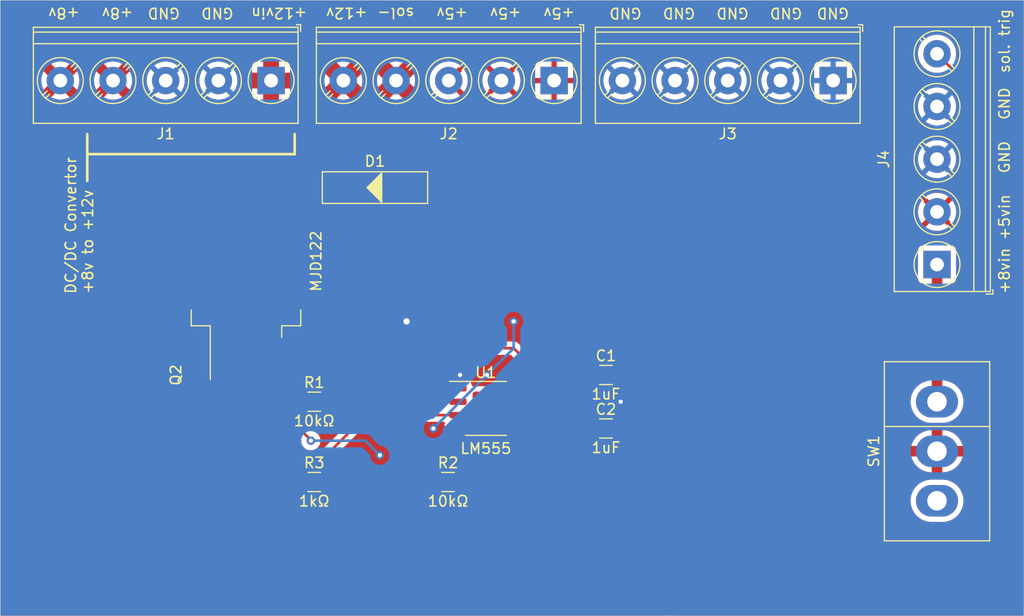
<source format=kicad_pcb>
(kicad_pcb (version 20221018) (generator pcbnew)
  (layers (0 "F.Cu" signal) (31 "B.Cu" signal) (34 "B.Paste" user) (35 "F.Paste" user) (36 "B.SilkS" user "B.Silkscreen") (37 "F.SilkS" user "F.Silkscreen") (38 "B.Mask" user) (39 "F.Mask" user) (44 "Edge.Cuts" user))
  (net 0 "")
  (net 1 "Net-(U1-TR)")
  (net 2 "/SLND_TRIGG")
  (net 3 "GND")
  (net 4 "Net-(U1-DIS)")
  (net 5 "+12V")
  (net 6 "/Solenoid-")
  (net 7 "+5V")
  (net 8 "+8V")
  (net 9 "Net-(Q2-B)")
  (net 10 "Net-(U1-Q)")
  (net 12 "Net-(J4-Pin_1)")
  (footprint "Capacitor_SMD:C_1206_3216Metric" (layer "F.Cu") (at 118.44 86.36)
    (fp_text reference "C1" (at 0 -1.82) (layer "F.SilkS"))
    (fp_text value "1uF" (at 0 1.82) (layer "F.SilkS"))
    (fp_line (start -0.602064 -0.91) (end 0.602064 -0.91) (stroke (width 0.12)) (layer "F.SilkS"))
    (fp_line (start -0.602064 0.91) (end 0.602064 0.91) (stroke (width 0.12)) (layer "F.SilkS"))
    (pad "1" smd roundrect (at -1.4 0) (size 1.25 1.75) (layers "F.Cu" "F.Paste" "F.Mask") (roundrect_rratio 0.2) (net 2 "/SLND_TRIGG"))
    (pad "2" smd roundrect (at 1.4 0) (size 1.25 1.75) (layers "F.Cu" "F.Paste" "F.Mask") (roundrect_rratio 0.2) (net 1 "Net-(U1-TR)"))
  )
  (footprint "Capacitor_SMD:C_1206_3216Metric" (layer "F.Cu") (at 118.44 91.44)
    (fp_text reference "C2" (at 0 -1.82) (layer "F.SilkS"))
    (fp_text value "1uF" (at 0 1.82) (layer "F.SilkS"))
    (fp_line (start -0.602064 -0.91) (end 0.602064 -0.91) (stroke (width 0.12)) (layer "F.SilkS"))
    (fp_line (start -0.602064 0.91) (end 0.602064 0.91) (stroke (width 0.12)) (layer "F.SilkS"))
    (pad "1" smd roundrect (at -1.4 0) (size 1.25 1.75) (layers "F.Cu" "F.Paste" "F.Mask") (roundrect_rratio 0.2) (net 4 "Net-(U1-DIS)"))
    (pad "2" smd roundrect (at 1.4 0) (size 1.25 1.75) (layers "F.Cu" "F.Paste" "F.Mask") (roundrect_rratio 0.2) (net 3 "GND"))
  )
  (footprint "seedlab-power:DO-214AC" (layer "F.Cu") (at 96.52 68.58 -90)
    (fp_text reference "D1" (at -2.5 0) (layer "F.SilkS"))
    (fp_text value "S1G")
    (fp_line (start -1.5 -5) (end 1.5 -5) (stroke (width 0.12)) (layer "F.SilkS"))
    (fp_line (start -1.5 4.953) (end -1.5 -5) (stroke (width 0.12)) (layer "F.SilkS"))
    (fp_line (start 1.5 -5) (end 1.5 5) (stroke (width 0.12)) (layer "F.SilkS"))
    (fp_line (start 1.5 5) (end -1.524 5) (stroke (width 0.12)) (layer "F.SilkS"))
    (fp_poly (pts (xy 1.4097 -0.6477) (xy -1.4097 -0.6477) (xy 0 0.762)) (stroke (width 0.1)) (fill solid) (layer "F.SilkS"))
    (pad "1" smd rect (at 0 3 270) (size 2 3) (layers "F.Cu" "F.Paste" "F.Mask") (net 5 "+12V"))
    (pad "2" smd rect (at 0 -3 270) (size 2 3) (layers "F.Cu" "F.Paste" "F.Mask") (net 6 "/Solenoid-"))
  )
  (footprint "Package_TO_SOT_SMD:TO-263-2" (layer "F.Cu") (at 84.28 78.74 90)
    (fp_text reference "Q2" (at -7.62 -6.65 90) (layer "F.SilkS"))
    (fp_text value "MJD122" (at 3.175 6.65 90) (layer "F.SilkS"))
    (fp_line (start -2.95 -5.2) (end -2.95 -3.39) (stroke (width 0.12)) (layer "F.SilkS"))
    (fp_line (start -2.95 -3.39) (end -8.075 -3.39) (stroke (width 0.12)) (layer "F.SilkS"))
    (fp_line (start -2.95 3.39) (end -4.05 3.39) (stroke (width 0.12)) (layer "F.SilkS"))
    (fp_line (start -2.95 5.2) (end -2.95 3.39) (stroke (width 0.12)) (layer "F.SilkS"))
    (fp_line (start -1.45 -5.2) (end -2.95 -5.2) (stroke (width 0.12)) (layer "F.SilkS"))
    (fp_line (start -1.45 5.2) (end -2.95 5.2) (stroke (width 0.12)) (layer "F.SilkS"))
    (pad "1" smd rect (at -5.775 -2.54 90) (size 4.6 1.1) (layers "F.Cu" "F.Paste" "F.Mask") (net 9 "Net-(Q2-B)"))
    (pad "2" smd rect (at 3.375 0 90) (size 9.4 10.8) (layers "F.Cu" "F.Mask") (net 6 "/Solenoid-"))
    (pad "3" smd rect (at -5.775 2.54 90) (size 4.6 1.1) (layers "F.Cu" "F.Paste" "F.Mask") (net 3 "GND"))
  )
  (footprint "Resistor_SMD:R_1206_3216Metric" (layer "F.Cu") (at 90.76 88.9)
    (fp_text reference "R1" (at 0 -1.82) (layer "F.SilkS"))
    (fp_text value "10kΩ" (at 0 1.82) (layer "F.SilkS"))
    (fp_line (start -0.602064 -0.91) (end 0.602064 -0.91) (stroke (width 0.12)) (layer "F.SilkS"))
    (fp_line (start -0.602064 0.91) (end 0.602064 0.91) (stroke (width 0.12)) (layer "F.SilkS"))
    (pad "1" smd roundrect (at -1.4 0) (size 1.25 1.75) (layers "F.Cu" "F.Paste" "F.Mask") (roundrect_rratio 0.2) (net 7 "+5V"))
    (pad "2" smd roundrect (at 1.4 0) (size 1.25 1.75) (layers "F.Cu" "F.Paste" "F.Mask") (roundrect_rratio 0.2) (net 1 "Net-(U1-TR)"))
  )
  (footprint "Resistor_SMD:R_1206_3216Metric" (layer "F.Cu") (at 103.46 96.52)
    (fp_text reference "R2" (at 0 -1.82) (layer "F.SilkS"))
    (fp_text value "10kΩ" (at 0 1.82) (layer "F.SilkS"))
    (fp_line (start -0.602064 -0.91) (end 0.602064 -0.91) (stroke (width 0.12)) (layer "F.SilkS"))
    (fp_line (start -0.602064 0.91) (end 0.602064 0.91) (stroke (width 0.12)) (layer "F.SilkS"))
    (pad "1" smd roundrect (at -1.4 0) (size 1.25 1.75) (layers "F.Cu" "F.Paste" "F.Mask") (roundrect_rratio 0.2) (net 7 "+5V"))
    (pad "2" smd roundrect (at 1.4 0) (size 1.25 1.75) (layers "F.Cu" "F.Paste" "F.Mask") (roundrect_rratio 0.2) (net 4 "Net-(U1-DIS)"))
  )
  (footprint "Resistor_SMD:R_1206_3216Metric" (layer "F.Cu") (at 90.76 96.52)
    (fp_text reference "R3" (at 0 -1.82) (layer "F.SilkS"))
    (fp_text value "1kΩ" (at 0 1.82) (layer "F.SilkS"))
    (fp_line (start -0.602064 -0.91) (end 0.602064 -0.91) (stroke (width 0.12)) (layer "F.SilkS"))
    (fp_line (start -0.602064 0.91) (end 0.602064 0.91) (stroke (width 0.12)) (layer "F.SilkS"))
    (pad "1" smd roundrect (at -1.4 0) (size 1.25 1.75) (layers "F.Cu" "F.Paste" "F.Mask") (roundrect_rratio 0.2) (net 9 "Net-(Q2-B)"))
    (pad "2" smd roundrect (at 1.4 0) (size 1.25 1.75) (layers "F.Cu" "F.Paste" "F.Mask") (roundrect_rratio 0.2) (net 10 "Net-(U1-Q)"))
  )
  (footprint "seedlab-power:ANT11SF1CQE" (layer "F.Cu") (at 149.86 93.6 -90)
    (fp_text reference "SW1" (at 0 6 90) (layer "F.SilkS"))
    (fp_text value "SW_DIP_x01")
    (fp_line (start -8.5 -5) (end 8.5 -5) (stroke (width 0.12)) (layer "F.SilkS"))
    (fp_line (start -8.5 5) (end -8.5 -5) (stroke (width 0.12)) (layer "F.SilkS"))
    (fp_line (start -2.35 -5) (end -2.35 5) (stroke (width 0.12)) (layer "F.SilkS"))
    (fp_line (start 8.5 -5) (end 8.5 5) (stroke (width 0.12)) (layer "F.SilkS"))
    (fp_line (start 8.5 5) (end -8.5 5) (stroke (width 0.12)) (layer "F.SilkS"))
    (pad "1" thru_hole oval (at -4.7 0 270) (size 3 4) (drill 1.85) (layers "*.Cu" "*.Mask") (net 12 "Net-(J4-Pin_1)"))
    (pad "2" thru_hole oval (at 0 0 270) (size 3 4) (drill 1.85) (layers "*.Cu" "*.Mask") (net 8 "+8V"))
    (pad "3" thru_hole oval (at 4.7 0 270) (size 3 4) (drill 1.85) (layers "*.Cu" "*.Mask"))
  )
  (footprint "Package_SO:SOIC-8-1EP_3.9x4.9mm_P1.27mm_EP2.514x3.2mm" (layer "F.Cu") (at 107.0425 89.535)
    (fp_text reference "U1" (at 0 -3.4) (layer "F.SilkS"))
    (fp_text value "LM555" (at 0 3.81) (layer "F.SilkS"))
    (fp_line (start 0 -2.56) (end -3.45 -2.56) (stroke (width 0.12)) (layer "F.SilkS"))
    (fp_line (start 0 -2.56) (end 1.95 -2.56) (stroke (width 0.12)) (layer "F.SilkS"))
    (fp_line (start 0 2.56) (end -1.95 2.56) (stroke (width 0.12)) (layer "F.SilkS"))
    (fp_line (start 0 2.56) (end 1.95 2.56) (stroke (width 0.12)) (layer "F.SilkS"))
    (pad "1" smd roundrect (at -2.6375 -1.905) (size 1.625 0.6) (layers "F.Cu" "F.Paste" "F.Mask") (net 3 "GND"))
    (pad "2" smd roundrect (at -2.6375 -0.635) (size 1.625 0.6) (layers "F.Cu" "F.Paste" "F.Mask") (net 1 "Net-(U1-TR)"))
    (pad "3" smd roundrect (at -2.6375 0.635) (size 1.625 0.6) (layers "F.Cu" "F.Paste" "F.Mask") (net 10 "Net-(U1-Q)"))
    (pad "4" smd roundrect (at -2.6375 1.905) (size 1.625 0.6) (layers "F.Cu" "F.Paste" "F.Mask") (net 7 "+5V"))
    (pad "5" smd roundrect (at 2.6375 1.905) (size 1.625 0.6) (layers "F.Cu" "F.Paste" "F.Mask"))
    (pad "6" smd roundrect (at 2.6375 0.635) (size 1.625 0.6) (layers "F.Cu" "F.Paste" "F.Mask") (net 4 "Net-(U1-DIS)"))
    (pad "7" smd roundrect (at 2.6375 -0.635) (size 1.625 0.6) (layers "F.Cu" "F.Paste" "F.Mask") (net 4 "Net-(U1-DIS)"))
    (pad "8" smd roundrect (at 2.6375 -1.905) (size 1.625 0.6) (layers "F.Cu" "F.Paste" "F.Mask") (net 7 "+5V"))
    (pad "9" smd roundrect (at 0 0) (size 2.514 3.2) (layers "F.Cu" "F.Mask") (roundrect_rratio 0.09944311854))
  )
  (footprint "TerminalBlock_Phoenix:TerminalBlock_Phoenix_PT-1,5-5-5.0-H_1x05_P5.00mm_Horizontal" (layer "F.Cu") (at 113.52 58.42 180)
    (fp_text reference "J2" (at 10 -5.06 180) (layer "F.SilkS"))
    (fp_text value "Screw_Terminal_01x05")
    (fp_line (start -2.8 4.66) (end -2.8 5.3) (stroke (width 0.12)) (layer "F.SilkS"))
    (fp_line (start -2.8 5.3) (end -2.4 5.3) (stroke (width 0.12)) (layer "F.SilkS"))
    (fp_line (start -2.56 -4.06) (end -2.56 5.06) (stroke (width 0.12)) (layer "F.SilkS"))
    (fp_line (start -2.56 -4.06) (end 22.56 -4.06) (stroke (width 0.12)) (layer "F.SilkS"))
    (fp_line (start -2.56 3.5) (end 22.56 3.5) (stroke (width 0.12)) (layer "F.SilkS"))
    (fp_line (start -2.56 4.6) (end 22.56 4.6) (stroke (width 0.12)) (layer "F.SilkS"))
    (fp_line (start -2.56 5.06) (end 22.56 5.06) (stroke (width 0.12)) (layer "F.SilkS"))
    (fp_line (start -1.548 1.281) (end -1.654 1.388) (stroke (width 0.12)) (layer "F.SilkS"))
    (fp_line (start -1.282 1.547) (end -1.388 1.654) (stroke (width 0.12)) (layer "F.SilkS"))
    (fp_line (start 1.388 -1.654) (end 1.281 -1.547) (stroke (width 0.12)) (layer "F.SilkS"))
    (fp_line (start 1.654 -1.388) (end 1.547 -1.281) (stroke (width 0.12)) (layer "F.SilkS"))
    (fp_line (start 3.742 0.992) (end 3.347 1.388) (stroke (width 0.12)) (layer "F.SilkS"))
    (fp_line (start 3.993 1.274) (end 3.613 1.654) (stroke (width 0.12)) (layer "F.SilkS"))
    (fp_line (start 6.388 -1.654) (end 6.008 -1.274) (stroke (width 0.12)) (layer "F.SilkS"))
    (fp_line (start 6.654 -1.388) (end 6.259 -0.992) (stroke (width 0.12)) (layer "F.SilkS"))
    (fp_line (start 8.742 0.992) (end 8.347 1.388) (stroke (width 0.12)) (layer "F.SilkS"))
    (fp_line (start 8.993 1.274) (end 8.613 1.654) (stroke (width 0.12)) (layer "F.SilkS"))
    (fp_line (start 11.388 -1.654) (end 11.008 -1.274) (stroke (width 0.12)) (layer "F.SilkS"))
    (fp_line (start 11.654 -1.388) (end 11.259 -0.992) (stroke (width 0.12)) (layer "F.SilkS"))
    (fp_line (start 13.742 0.992) (end 13.347 1.388) (stroke (width 0.12)) (layer "F.SilkS"))
    (fp_line (start 13.993 1.274) (end 13.613 1.654) (stroke (width 0.12)) (layer "F.SilkS"))
    (fp_line (start 16.388 -1.654) (end 16.008 -1.274) (stroke (width 0.12)) (layer "F.SilkS"))
    (fp_line (start 16.654 -1.388) (end 16.259 -0.992) (stroke (width 0.12)) (layer "F.SilkS"))
    (fp_line (start 18.742 0.992) (end 18.347 1.388) (stroke (width 0.12)) (layer "F.SilkS"))
    (fp_line (start 18.993 1.274) (end 18.613 1.654) (stroke (width 0.12)) (layer "F.SilkS"))
    (fp_line (start 21.388 -1.654) (end 21.008 -1.274) (stroke (width 0.12)) (layer "F.SilkS"))
    (fp_line (start 21.654 -1.388) (end 21.259 -0.992) (stroke (width 0.12)) (layer "F.SilkS"))
    (fp_line (start 22.56 -4.06) (end 22.56 5.06) (stroke (width 0.12)) (layer "F.SilkS"))
    (fp_circle (center 0 0) (end 2.18 0) (stroke (width 0.12)) (fill none) (layer "F.SilkS"))
    (fp_circle (center 5 0) (end 7.18 0) (stroke (width 0.12)) (fill none) (layer "F.SilkS"))
    (fp_circle (center 10 0) (end 12.18 0) (stroke (width 0.12)) (fill none) (layer "F.SilkS"))
    (fp_circle (center 15 0) (end 17.18 0) (stroke (width 0.12)) (fill none) (layer "F.SilkS"))
    (fp_circle (center 20 0) (end 22.18 0) (stroke (width 0.12)) (fill none) (layer "F.SilkS"))
    (pad "1" thru_hole rect (at 0 0 180) (size 2.6 2.6) (drill 1.3) (layers "*.Cu" "*.Mask") (net 7 "+5V"))
    (pad "2" thru_hole circle (at 5 0 180) (size 2.6 2.6) (drill 1.3) (layers "*.Cu" "*.Mask") (net 7 "+5V"))
    (pad "3" thru_hole circle (at 10 0 180) (size 2.6 2.6) (drill 1.3) (layers "*.Cu" "*.Mask") (net 7 "+5V"))
    (pad "4" thru_hole circle (at 15 0 180) (size 2.6 2.6) (drill 1.3) (layers "*.Cu" "*.Mask") (net 6 "/Solenoid-"))
    (pad "5" thru_hole circle (at 20 0 180) (size 2.6 2.6) (drill 1.3) (layers "*.Cu" "*.Mask") (net 5 "+12V"))
  )
  (footprint "TerminalBlock_Phoenix:TerminalBlock_Phoenix_PT-1,5-5-5.0-H_1x05_P5.00mm_Horizontal" (layer "F.Cu") (at 86.66 58.42 180)
    (fp_text reference "J1" (at 10 -5.06 180) (layer "F.SilkS"))
    (fp_text value "Screw_Terminal_01x05")
    (fp_line (start -2.8 4.66) (end -2.8 5.3) (stroke (width 0.12)) (layer "F.SilkS"))
    (fp_line (start -2.8 5.3) (end -2.4 5.3) (stroke (width 0.12)) (layer "F.SilkS"))
    (fp_line (start -2.56 -4.06) (end -2.56 5.06) (stroke (width 0.12)) (layer "F.SilkS"))
    (fp_line (start -2.56 -4.06) (end 22.56 -4.06) (stroke (width 0.12)) (layer "F.SilkS"))
    (fp_line (start -2.56 3.5) (end 22.56 3.5) (stroke (width 0.12)) (layer "F.SilkS"))
    (fp_line (start -2.56 4.6) (end 22.56 4.6) (stroke (width 0.12)) (layer "F.SilkS"))
    (fp_line (start -2.56 5.06) (end 22.56 5.06) (stroke (width 0.12)) (layer "F.SilkS"))
    (fp_line (start -1.548 1.281) (end -1.654 1.388) (stroke (width 0.12)) (layer "F.SilkS"))
    (fp_line (start -1.282 1.547) (end -1.388 1.654) (stroke (width 0.12)) (layer "F.SilkS"))
    (fp_line (start 1.388 -1.654) (end 1.281 -1.547) (stroke (width 0.12)) (layer "F.SilkS"))
    (fp_line (start 1.654 -1.388) (end 1.547 -1.281) (stroke (width 0.12)) (layer "F.SilkS"))
    (fp_line (start 3.742 0.992) (end 3.347 1.388) (stroke (width 0.12)) (layer "F.SilkS"))
    (fp_line (start 3.993 1.274) (end 3.613 1.654) (stroke (width 0.12)) (layer "F.SilkS"))
    (fp_line (start 6.388 -1.654) (end 6.008 -1.274) (stroke (width 0.12)) (layer "F.SilkS"))
    (fp_line (start 6.654 -1.388) (end 6.259 -0.992) (stroke (width 0.12)) (layer "F.SilkS"))
    (fp_line (start 8.742 0.992) (end 8.347 1.388) (stroke (width 0.12)) (layer "F.SilkS"))
    (fp_line (start 8.993 1.274) (end 8.613 1.654) (stroke (width 0.12)) (layer "F.SilkS"))
    (fp_line (start 11.388 -1.654) (end 11.008 -1.274) (stroke (width 0.12)) (layer "F.SilkS"))
    (fp_line (start 11.654 -1.388) (end 11.259 -0.992) (stroke (width 0.12)) (layer "F.SilkS"))
    (fp_line (start 13.742 0.992) (end 13.347 1.388) (stroke (width 0.12)) (layer "F.SilkS"))
    (fp_line (start 13.993 1.274) (end 13.613 1.654) (stroke (width 0.12)) (layer "F.SilkS"))
    (fp_line (start 16.388 -1.654) (end 16.008 -1.274) (stroke (width 0.12)) (layer "F.SilkS"))
    (fp_line (start 16.654 -1.388) (end 16.259 -0.992) (stroke (width 0.12)) (layer "F.SilkS"))
    (fp_line (start 18.742 0.992) (end 18.347 1.388) (stroke (width 0.12)) (layer "F.SilkS"))
    (fp_line (start 18.993 1.274) (end 18.613 1.654) (stroke (width 0.12)) (layer "F.SilkS"))
    (fp_line (start 21.388 -1.654) (end 21.008 -1.274) (stroke (width 0.12)) (layer "F.SilkS"))
    (fp_line (start 21.654 -1.388) (end 21.259 -0.992) (stroke (width 0.12)) (layer "F.SilkS"))
    (fp_line (start 22.56 -4.06) (end 22.56 5.06) (stroke (width 0.12)) (layer "F.SilkS"))
    (fp_circle (center 0 0) (end 2.18 0) (stroke (width 0.12)) (fill none) (layer "F.SilkS"))
    (fp_circle (center 5 0) (end 7.18 0) (stroke (width 0.12)) (fill none) (layer "F.SilkS"))
    (fp_circle (center 10 0) (end 12.18 0) (stroke (width 0.12)) (fill none) (layer "F.SilkS"))
    (fp_circle (center 15 0) (end 17.18 0) (stroke (width 0.12)) (fill none) (layer "F.SilkS"))
    (fp_circle (center 20 0) (end 22.18 0) (stroke (width 0.12)) (fill none) (layer "F.SilkS"))
    (pad "1" thru_hole rect (at 0 0 180) (size 2.6 2.6) (drill 1.3) (layers "*.Cu" "*.Mask") (net 5 "+12V"))
    (pad "2" thru_hole circle (at 5 0 180) (size 2.6 2.6) (drill 1.3) (layers "*.Cu" "*.Mask") (net 3 "GND"))
    (pad "3" thru_hole circle (at 10 0 180) (size 2.6 2.6) (drill 1.3) (layers "*.Cu" "*.Mask") (net 3 "GND"))
    (pad "4" thru_hole circle (at 15 0 180) (size 2.6 2.6) (drill 1.3) (layers "*.Cu" "*.Mask") (net 8 "+8V"))
    (pad "5" thru_hole circle (at 20 0 180) (size 2.6 2.6) (drill 1.3) (layers "*.Cu" "*.Mask") (net 8 "+8V"))
  )
  (footprint "TerminalBlock_Phoenix:TerminalBlock_Phoenix_PT-1,5-5-5.0-H_1x05_P5.00mm_Horizontal" (layer "F.Cu") (at 140 58.42 180)
    (fp_text reference "J3" (at 10 -5.06 180) (layer "F.SilkS"))
    (fp_text value "Screw_Terminal_01x05")
    (fp_line (start -2.8 4.66) (end -2.8 5.3) (stroke (width 0.12)) (layer "F.SilkS"))
    (fp_line (start -2.8 5.3) (end -2.4 5.3) (stroke (width 0.12)) (layer "F.SilkS"))
    (fp_line (start -2.56 -4.06) (end -2.56 5.06) (stroke (width 0.12)) (layer "F.SilkS"))
    (fp_line (start -2.56 -4.06) (end 22.56 -4.06) (stroke (width 0.12)) (layer "F.SilkS"))
    (fp_line (start -2.56 3.5) (end 22.56 3.5) (stroke (width 0.12)) (layer "F.SilkS"))
    (fp_line (start -2.56 4.6) (end 22.56 4.6) (stroke (width 0.12)) (layer "F.SilkS"))
    (fp_line (start -2.56 5.06) (end 22.56 5.06) (stroke (width 0.12)) (layer "F.SilkS"))
    (fp_line (start -1.548 1.281) (end -1.654 1.388) (stroke (width 0.12)) (layer "F.SilkS"))
    (fp_line (start -1.282 1.547) (end -1.388 1.654) (stroke (width 0.12)) (layer "F.SilkS"))
    (fp_line (start 1.388 -1.654) (end 1.281 -1.547) (stroke (width 0.12)) (layer "F.SilkS"))
    (fp_line (start 1.654 -1.388) (end 1.547 -1.281) (stroke (width 0.12)) (layer "F.SilkS"))
    (fp_line (start 3.742 0.992) (end 3.347 1.388) (stroke (width 0.12)) (layer "F.SilkS"))
    (fp_line (start 3.993 1.274) (end 3.613 1.654) (stroke (width 0.12)) (layer "F.SilkS"))
    (fp_line (start 6.388 -1.654) (end 6.008 -1.274) (stroke (width 0.12)) (layer "F.SilkS"))
    (fp_line (start 6.654 -1.388) (end 6.259 -0.992) (stroke (width 0.12)) (layer "F.SilkS"))
    (fp_line (start 8.742 0.992) (end 8.347 1.388) (stroke (width 0.12)) (layer "F.SilkS"))
    (fp_line (start 8.993 1.274) (end 8.613 1.654) (stroke (width 0.12)) (layer "F.SilkS"))
    (fp_line (start 11.388 -1.654) (end 11.008 -1.274) (stroke (width 0.12)) (layer "F.SilkS"))
    (fp_line (start 11.654 -1.388) (end 11.259 -0.992) (stroke (width 0.12)) (layer "F.SilkS"))
    (fp_line (start 13.742 0.992) (end 13.347 1.388) (stroke (width 0.12)) (layer "F.SilkS"))
    (fp_line (start 13.993 1.274) (end 13.613 1.654) (stroke (width 0.12)) (layer "F.SilkS"))
    (fp_line (start 16.388 -1.654) (end 16.008 -1.274) (stroke (width 0.12)) (layer "F.SilkS"))
    (fp_line (start 16.654 -1.388) (end 16.259 -0.992) (stroke (width 0.12)) (layer "F.SilkS"))
    (fp_line (start 18.742 0.992) (end 18.347 1.388) (stroke (width 0.12)) (layer "F.SilkS"))
    (fp_line (start 18.993 1.274) (end 18.613 1.654) (stroke (width 0.12)) (layer "F.SilkS"))
    (fp_line (start 21.388 -1.654) (end 21.008 -1.274) (stroke (width 0.12)) (layer "F.SilkS"))
    (fp_line (start 21.654 -1.388) (end 21.259 -0.992) (stroke (width 0.12)) (layer "F.SilkS"))
    (fp_line (start 22.56 -4.06) (end 22.56 5.06) (stroke (width 0.12)) (layer "F.SilkS"))
    (fp_circle (center 0 0) (end 2.18 0) (stroke (width 0.12)) (fill none) (layer "F.SilkS"))
    (fp_circle (center 5 0) (end 7.18 0) (stroke (width 0.12)) (fill none) (layer "F.SilkS"))
    (fp_circle (center 10 0) (end 12.18 0) (stroke (width 0.12)) (fill none) (layer "F.SilkS"))
    (fp_circle (center 15 0) (end 17.18 0) (stroke (width 0.12)) (fill none) (layer "F.SilkS"))
    (fp_circle (center 20 0) (end 22.18 0) (stroke (width 0.12)) (fill none) (layer "F.SilkS"))
    (pad "1" thru_hole rect (at 0 0 180) (size 2.6 2.6) (drill 1.3) (layers "*.Cu" "*.Mask") (net 3 "GND"))
    (pad "2" thru_hole circle (at 5 0 180) (size 2.6 2.6) (drill 1.3) (layers "*.Cu" "*.Mask") (net 3 "GND"))
    (pad "3" thru_hole circle (at 10 0 180) (size 2.6 2.6) (drill 1.3) (layers "*.Cu" "*.Mask") (net 3 "GND"))
    (pad "4" thru_hole circle (at 15 0 180) (size 2.6 2.6) (drill 1.3) (layers "*.Cu" "*.Mask") (net 3 "GND"))
    (pad "5" thru_hole circle (at 20 0 180) (size 2.6 2.6) (drill 1.3) (layers "*.Cu" "*.Mask") (net 3 "GND"))
  )
  (footprint "TerminalBlock_Phoenix:TerminalBlock_Phoenix_PT-1,5-5-5.0-H_1x05_P5.00mm_Horizontal" (layer "F.Cu") (at 149.86 75.88 90)
    (fp_text reference "J4" (at 10 -5.06 90) (layer "F.SilkS"))
    (fp_text value "Screw_Terminal_01x05")
    (fp_line (start -2.8 4.66) (end -2.8 5.3) (stroke (width 0.12)) (layer "F.SilkS"))
    (fp_line (start -2.8 5.3) (end -2.4 5.3) (stroke (width 0.12)) (layer "F.SilkS"))
    (fp_line (start -2.56 -4.06) (end -2.56 5.06) (stroke (width 0.12)) (layer "F.SilkS"))
    (fp_line (start -2.56 -4.06) (end 22.56 -4.06) (stroke (width 0.12)) (layer "F.SilkS"))
    (fp_line (start -2.56 3.5) (end 22.56 3.5) (stroke (width 0.12)) (layer "F.SilkS"))
    (fp_line (start -2.56 4.6) (end 22.56 4.6) (stroke (width 0.12)) (layer "F.SilkS"))
    (fp_line (start -2.56 5.06) (end 22.56 5.06) (stroke (width 0.12)) (layer "F.SilkS"))
    (fp_line (start -1.548 1.281) (end -1.654 1.388) (stroke (width 0.12)) (layer "F.SilkS"))
    (fp_line (start -1.282 1.547) (end -1.388 1.654) (stroke (width 0.12)) (layer "F.SilkS"))
    (fp_line (start 1.388 -1.654) (end 1.281 -1.547) (stroke (width 0.12)) (layer "F.SilkS"))
    (fp_line (start 1.654 -1.388) (end 1.547 -1.281) (stroke (width 0.12)) (layer "F.SilkS"))
    (fp_line (start 3.742 0.992) (end 3.347 1.388) (stroke (width 0.12)) (layer "F.SilkS"))
    (fp_line (start 3.993 1.274) (end 3.613 1.654) (stroke (width 0.12)) (layer "F.SilkS"))
    (fp_line (start 6.388 -1.654) (end 6.008 -1.274) (stroke (width 0.12)) (layer "F.SilkS"))
    (fp_line (start 6.654 -1.388) (end 6.259 -0.992) (stroke (width 0.12)) (layer "F.SilkS"))
    (fp_line (start 8.742 0.992) (end 8.347 1.388) (stroke (width 0.12)) (layer "F.SilkS"))
    (fp_line (start 8.993 1.274) (end 8.613 1.654) (stroke (width 0.12)) (layer "F.SilkS"))
    (fp_line (start 11.388 -1.654) (end 11.008 -1.274) (stroke (width 0.12)) (layer "F.SilkS"))
    (fp_line (start 11.654 -1.388) (end 11.259 -0.992) (stroke (width 0.12)) (layer "F.SilkS"))
    (fp_line (start 13.742 0.992) (end 13.347 1.388) (stroke (width 0.12)) (layer "F.SilkS"))
    (fp_line (start 13.993 1.274) (end 13.613 1.654) (stroke (width 0.12)) (layer "F.SilkS"))
    (fp_line (start 16.388 -1.654) (end 16.008 -1.274) (stroke (width 0.12)) (layer "F.SilkS"))
    (fp_line (start 16.654 -1.388) (end 16.259 -0.992) (stroke (width 0.12)) (layer "F.SilkS"))
    (fp_line (start 18.742 0.992) (end 18.347 1.388) (stroke (width 0.12)) (layer "F.SilkS"))
    (fp_line (start 18.993 1.274) (end 18.613 1.654) (stroke (width 0.12)) (layer "F.SilkS"))
    (fp_line (start 21.388 -1.654) (end 21.008 -1.274) (stroke (width 0.12)) (layer "F.SilkS"))
    (fp_line (start 21.654 -1.388) (end 21.259 -0.992) (stroke (width 0.12)) (layer "F.SilkS"))
    (fp_line (start 22.56 -4.06) (end 22.56 5.06) (stroke (width 0.12)) (layer "F.SilkS"))
    (fp_circle (center 0 0) (end 2.18 0) (stroke (width 0.12)) (fill none) (layer "F.SilkS"))
    (fp_circle (center 5 0) (end 7.18 0) (stroke (width 0.12)) (fill none) (layer "F.SilkS"))
    (fp_circle (center 10 0) (end 12.18 0) (stroke (width 0.12)) (fill none) (layer "F.SilkS"))
    (fp_circle (center 15 0) (end 17.18 0) (stroke (width 0.12)) (fill none) (layer "F.SilkS"))
    (fp_circle (center 20 0) (end 22.18 0) (stroke (width 0.12)) (fill none) (layer "F.SilkS"))
    (pad "1" thru_hole rect (at 0 0 90) (size 2.6 2.6) (drill 1.3) (layers "*.Cu" "*.Mask") (net 12 "Net-(J4-Pin_1)"))
    (pad "2" thru_hole circle (at 5 0 90) (size 2.6 2.6) (drill 1.3) (layers "*.Cu" "*.Mask") (net 7 "+5V"))
    (pad "3" thru_hole circle (at 10 0 90) (size 2.6 2.6) (drill 1.3) (layers "*.Cu" "*.Mask") (net 3 "GND"))
    (pad "4" thru_hole circle (at 15 0 90) (size 2.6 2.6) (drill 1.3) (layers "*.Cu" "*.Mask") (net 3 "GND"))
    (pad "5" thru_hole circle (at 20 0 90) (size 2.6 2.6) (drill 1.3) (layers "*.Cu" "*.Mask") (net 2 "/SLND_TRIGG"))
  )
  (gr_line (start 69.215 65.405) (end 69.215 63.5) (stroke (width 0.25)) (layer "F.SilkS"))
  (gr_line (start 88.9 65.405) (end 88.9 63.5) (stroke (width 0.25)) (layer "F.SilkS"))
  (gr_line (start 69.215 65.405) (end 69.215 67.945) (stroke (width 0.25)) (layer "F.SilkS"))
  (gr_line (start 69.215 65.405) (end 88.9 65.405) (stroke (width 0.25)) (layer "F.SilkS"))
  (gr_rect (start 60.96 50.8) (end 158.115 109.22) (stroke (width 0.05)) (fill none) (layer "Edge.Cuts"))
  (gr_text "OFF" (at 157.48 88.9 90) (layer "F.Cu") (effects (font (size 1.5 1.5) (thickness 0.3) bold) (justify left bottom)))
  (gr_text "ON" (at 157.48 101.6 90) (layer "F.Cu") (effects (font (size 1.5 1.5) (thickness 0.3) bold) (justify left bottom)))
  (gr_text "GND" (at 156.845 62.23 90) (layer "F.SilkS") (effects (font (size 1 1)) (justify left bottom)))
  (gr_text "sol. trig" (at 156.845 57.785 90) (layer "F.SilkS") (effects (font (size 1 1)) (justify left bottom)))
  (gr_text "GND" (at 83.185 51.435 180) (layer "F.SilkS") (effects (font (size 1 1)) (justify left bottom)))
  (gr_text "+5vin" (at 156.845 73.66 90) (layer "F.SilkS") (effects (font (size 1 1)) (justify left bottom)))
  (gr_text "DC/DC Convertor\n+8v to +12v" (at 69.85 78.74 90) (layer "F.SilkS") (effects (font (size 1 1)) (justify left bottom)))
  (gr_text "+5v" (at 110.49 51.435 180) (layer "F.SilkS") (effects (font (size 1 1)) (justify left bottom)))
  (gr_text "+5v" (at 115.57 51.435 180) (layer "F.SilkS") (effects (font (size 1 1)) (justify left bottom)))
  (gr_text "+8v" (at 73.66 51.435 180) (layer "F.SilkS") (effects (font (size 1 1)) (justify left bottom)))
  (gr_text "GND" (at 137.16 51.435 180) (layer "F.SilkS") (effects (font (size 1 1)) (justify left bottom)))
  (gr_text "GND" (at 156.845 67.31 90) (layer "F.SilkS") (effects (font (size 1 1)) (justify left bottom)))
  (gr_text "+12v" (at 95.885 51.435 180) (layer "F.SilkS") (effects (font (size 1 1)) (justify left bottom)))
  (gr_text "sol-" (at 100.33 51.435 180) (layer "F.SilkS") (effects (font (size 1 1)) (justify left bottom)))
  (gr_text "+8v" (at 68.58 51.435 180) (layer "F.SilkS") (effects (font (size 1 1)) (justify left bottom)))
  (gr_text "GND" (at 78.105 51.435 180) (layer "F.SilkS") (effects (font (size 1 1)) (justify left bottom)))
  (gr_text "+5v" (at 105.41 51.435 180) (layer "F.SilkS") (effects (font (size 1 1)) (justify left bottom)))
  (gr_text "GND" (at 127 51.435 180) (layer "F.SilkS") (effects (font (size 1 1)) (justify left bottom)))
  (gr_text "GND" (at 141.605 51.435 180) (layer "F.SilkS") (effects (font (size 1 1)) (justify left bottom)))
  (gr_text "GND" (at 121.92 51.435 180) (layer "F.SilkS") (effects (font (size 1 1)) (justify left bottom)))
  (gr_text "GND" (at 132.08 51.435 180) (layer "F.SilkS") (effects (font (size 1 1)) (justify left bottom)))
  (gr_text "+12vin" (at 90.17 51.435 180) (layer "F.SilkS") (effects (font (size 1 1)) (justify left bottom)))
  (gr_text "+8vin" (at 156.845 78.74 90) (layer "F.SilkS") (effects (font (size 1 1)) (justify left bottom)))
  (segment (start 104.6 83.82) (end 99.52 88.9) (width 0.25) (layer "F.Cu") (net 1))
  (segment (start 109.68 83.82) (end 104.6 83.82) (width 0.25) (layer "F.Cu") (net 1))
  (segment (start 92.16 88.9) (end 99.52 88.9) (width 0.25) (layer "F.Cu") (net 1))
  (segment (start 119.84 86.36) (end 117.3 88.9) (width 0.25) (layer "F.Cu") (net 1))
  (segment (start 99.52 88.9) (end 104.405 88.9) (width 0.25) (layer "F.Cu") (net 1))
  (segment (start 117.3 88.9) (end 114.76 88.9) (width 0.25) (layer "F.Cu") (net 1))
  (segment (start 114.76 88.9) (end 109.68 83.82) (width 0.25) (layer "F.Cu") (net 1))
  (segment (start 152.4 58.42) (end 149.86 55.88) (width 0.25) (layer "F.Cu") (net 2))
  (segment (start 152.4 72.39) (end 152.4 58.42) (width 0.25) (layer "F.Cu") (net 2))
  (segment (start 117.04 86.36) (end 129.74 73.66) (width 0.25) (layer "F.Cu") (net 2))
  (segment (start 151.13 73.66) (end 152.4 72.39) (width 0.25) (layer "F.Cu") (net 2))
  (segment (start 129.74 73.66) (end 151.13 73.66) (width 0.25) (layer "F.Cu") (net 2))
  (segment (start 99.52 82.405) (end 95.565 86.36) (width 0.5) (layer "F.Cu") (net 3))
  (segment (start 88.665 86.36) (end 86.82 84.515) (width 0.5) (layer "F.Cu") (net 3))
  (segment (start 95.565 86.36) (end 88.665 86.36) (width 0.5) (layer "F.Cu") (net 3))
  (segment (start 104.405 87.63) (end 104.405 86.555) (width 0.25) (layer "F.Cu") (net 3))
  (segment (start 99.52 81.28) (end 99.52 82.405) (width 0.5) (layer "F.Cu") (net 3))
  (segment (start 119.84 91.44) (end 119.84 88.9) (width 0.25) (layer "F.Cu") (net 3))
  (segment (start 104.405 86.555) (end 104.6 86.36) (width 0.25) (layer "F.Cu") (net 3))
  (via (at 104.6 86.36) (size 0.8) (drill 0.4) (layers "F.Cu" "B.Cu") (net 3))
  (via (at 99.52 81.28) (size 1) (drill 0.6) (layers "F.Cu" "B.Cu") (net 3))
  (via (at 119.84 88.9) (size 0.8) (drill 0.4) (layers "F.Cu" "B.Cu") (net 3))
  (segment (start 110.95 90.17) (end 109.68 90.17) (width 0.25) (layer "F.Cu") (net 4))
  (segment (start 109.68 96.52) (end 112.22 93.98) (width 0.25) (layer "F.Cu") (net 4))
  (segment (start 112.22 93.98) (end 112.22 91.44) (width 0.25) (layer "F.Cu") (net 4))
  (segment (start 112.22 91.44) (end 110.95 90.17) (width 0.25) (layer "F.Cu") (net 4))
  (segment (start 109.68 88.9) (end 112.22 91.44) (width 0.25) (layer "F.Cu") (net 4))
  (segment (start 117.04 91.44) (end 114.76 91.44) (width 0.25) (layer "F.Cu") (net 4))
  (segment (start 104.86 96.52) (end 109.68 96.52) (width 0.25) (layer "F.Cu") (net 4))
  (segment (start 114.76 91.44) (end 112.22 93.98) (width 0.25) (layer "F.Cu") (net 4))
  (segment (start 90.434615 92.598351) (end 90.490439 92.598351) (width 0.25) (layer "F.Cu") (net 7))
  (segment (start 89.36 88.9) (end 89.36 91.44) (width 0.25) (layer "F.Cu") (net 7))
  (segment (start 89.36 91.467912) (end 90.434615 92.542527) (width 0.25) (layer "F.Cu") (net 7))
  (segment (start 89.36 91.44) (end 89.36 91.467912) (width 0.25) (layer "F.Cu") (net 7))
  (segment (start 90.490439 92.598351) (end 90.392747 92.500659) (width 0.25) (layer "F.Cu") (net 7))
  (segment (start 90.434615 92.542527) (end 90.434615 92.598351) (width 0.25) (layer "F.Cu") (net 7))
  (via (at 102.06 91.44) (size 0.8) (drill 0.4) (layers "F.Cu" "B.Cu") (net 7))
  (via (at 109.68 81.28) (size 0.8) (drill 0.4) (layers "F.Cu" "B.Cu") (net 7))
  (via (at 90.434615 92.598351) (size 0.8) (drill 0.4) (layers "F.Cu" "B.Cu") (net 7))
  (via (at 107.14 86.36) (size 0.8) (drill 0.4) (layers "F.Cu" "B.Cu") (net 7))
  (via (at 109.68 81.28) (size 0.8) (drill 0.4) (layers "F.Cu" "B.Cu") (net 7))
  (via (at 96.98 93.98) (size 0.8) (drill 0.4) (layers "F.Cu" "B.Cu") (net 7))
  (segment (start 107.14 86.36) (end 109.68 83.82) (width 0.25) (layer "B.Cu") (net 7))
  (segment (start 109.68 83.82) (end 109.68 81.28) (width 0.25) (layer "B.Cu") (net 7))
  (segment (start 107.14 86.36) (end 102.06 91.44) (width 0.25) (layer "B.Cu") (net 7))
  (segment (start 90.434615 92.598351) (end 95.598351 92.598351) (width 0.25) (layer "B.Cu") (net 7))
  (segment (start 95.598351 92.598351) (end 96.98 93.98) (width 0.25) (layer "B.Cu") (net 7))
  (segment (start 81.74 86.36) (end 89.36 93.98) (width 0.5) (layer "F.Cu") (net 9))
  (segment (start 81.74 84.515) (end 81.74 86.36) (width 0.5) (layer "F.Cu") (net 9))
  (segment (start 89.36 93.98) (end 89.36 96.52) (width 0.5) (layer "F.Cu") (net 9))
  (segment (start 95.71 90.17) (end 104.405 90.17) (width 0.25) (layer "F.Cu") (net 10))
  (segment (start 92.16 96.52) (end 92.16 93.72) (width 0.25) (layer "F.Cu") (net 10))
  (segment (start 92.16 93.72) (end 95.71 90.17) (width 0.25) (layer "F.Cu") (net 10))
  (segment (start 149.86 75.88) (end 149.86 88.9) (width 1) (layer "F.Cu") (net 12))
  (zone (net 7) (net_name "+5V") (layer "F.Cu") (priority 2) (connect_pads (clearance 0.508)) (min_thickness 0.25) (fill yes (thermal_gap 0.5) (thermal_bridge_width 0.5))
    (polygon (pts (xy 101.6 54.61) (xy 149.86 54.61) (xy 152.4 57.15) (xy 152.86 81.28) (xy 122.38 81.28) (xy 114.76 88.9) (xy 109.68 83.82) (xy 104.6 83.82) (xy 99.52 88.9) (xy 96.98 88.9) (xy 87.63 86.36) (xy 87.63 81.28) (xy 93.98 81.28) (xy 101.6 73.66)))
  )
  (zone (net 5) (net_name "+12V") (layer "F.Cu") (connect_pads (clearance 0.508)) (min_thickness 0.25) (fill yes (thermal_gap 0.5) (thermal_bridge_width 1.5))
    (polygon (pts (xy 60.96 109.22) (xy 157.94 109.22) (xy 157.94 50.8) (xy 60.96 50.8)))
  )
  (zone (net 7) (net_name "+5V") (layer "F.Cu") (priority 4) (connect_pads (clearance 0.508)) (min_thickness 0.25) (fill yes (thermal_gap 0.5) (thermal_bridge_width 0.5))
    (polygon (pts (xy 114.76 88.9) (xy 109.68 83.82) (xy 104.6 83.82) (xy 99.52 88.9) (xy 96.98 88.9) (xy 91.9 93.98) (xy 91.9 99.06) (xy 114.76 99.06)))
  )
  (zone (net 6) (net_name "/Solenoid-") (layer "F.Cu") (priority 5) (connect_pads (clearance 0.508)) (min_thickness 0.25) (fill yes (thermal_gap 0.5) (thermal_bridge_width 1.5))
    (polygon (pts (xy 93.98 71.12) (xy 96.52 68.58) (xy 96.52 54.61) (xy 101.6 54.61) (xy 101.6 73.66) (xy 93.98 81.28) (xy 79.2 81.28) (xy 79.2 71.12)))
  )
  (zone (net 8) (net_name "+8V") (layer "F.Cu") (priority 3) (connect_pads (clearance 0.508)) (min_thickness 0.25) (fill yes (thermal_gap 0.5) (thermal_bridge_width 1))
    (polygon (pts (xy 71.12 63.5) (xy 68.58 63.5) (xy 61.42 63.5) (xy 61.42 50.8) (xy 158.115 50.8) (xy 158.115 109.22) (xy 124.92 109.22) (xy 114.76 99.06) (xy 114.76 88.9) (xy 129.54 73.66) (xy 152.4 73.66) (xy 152.4 57.15) (xy 149.86 54.61) (xy 73.66 54.61) (xy 73.66 60.96)))
  )
  (zone (net 3) (net_name "GND") (layer "B.Cu") (priority 1) (connect_pads (clearance 0.508)) (min_thickness 0.25) (fill yes (thermal_gap 0.5) (thermal_bridge_width 0.5))
    (polygon (pts (xy 60.96 50.8) (xy 60.96 109.22) (xy 158.115 109.22) (xy 158.115 50.8)))
  )
)
</source>
